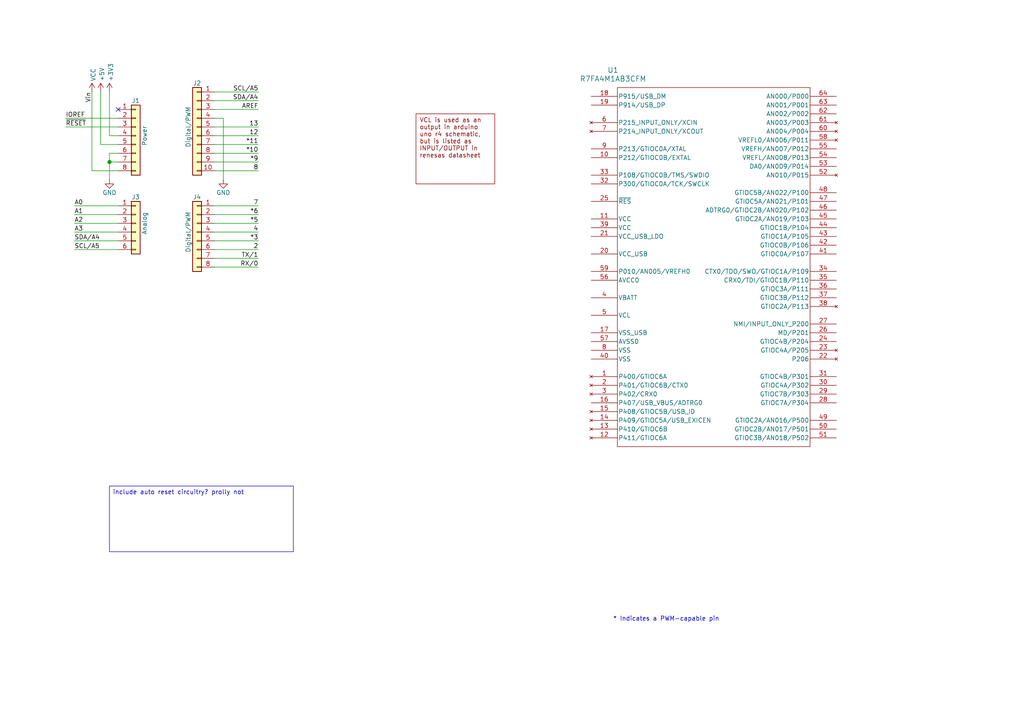
<source format=kicad_sch>
(kicad_sch (version 20230121) (generator eeschema)
  (paper "A4")
  (title_block (date "mar. 31 mars 2015"))
  (lib_symbols
    (symbol "Connector_Generic:Conn_01x06" (pin_names (offset 1.016) hide)
      (property "Reference" "J" (at 0 7.62 0))
      (property "Value" "Conn_01x06" (at 0 -10.16 0))
      (symbol "Conn_01x06_1_1"
        (rectangle (start -1.27 -7.493) (end 0 -7.747) (stroke (width 0.1524)))
        (rectangle (start -1.27 -4.953) (end 0 -5.207) (stroke (width 0.1524)))
        (rectangle (start -1.27 -2.413) (end 0 -2.667) (stroke (width 0.1524)))
        (rectangle (start -1.27 0.127) (end 0 -0.127) (stroke (width 0.1524)))
        (rectangle (start -1.27 2.667) (end 0 2.413) (stroke (width 0.1524)))
        (rectangle (start -1.27 5.207) (end 0 4.953) (stroke (width 0.1524)))
        (rectangle (start -1.27 6.35) (end 1.27 -8.89) (stroke (width 0.254)) (fill (type background)))
        (pin passive line (at -5.08 5.08 0) (length 3.81) (name "Pin_1") (number "1"))
        (pin passive line (at -5.08 2.54 0) (length 3.81) (name "Pin_2") (number "2"))
        (pin passive line (at -5.08 0 0) (length 3.81) (name "Pin_3") (number "3"))
        (pin passive line (at -5.08 -2.54 0) (length 3.81) (name "Pin_4") (number "4"))
        (pin passive line (at -5.08 -5.08 0) (length 3.81) (name "Pin_5") (number "5"))
        (pin passive line (at -5.08 -7.62 0) (length 3.81) (name "Pin_6") (number "6"))
      )
    )
    (symbol "Connector_Generic:Conn_01x08" (pin_names (offset 1.016) hide)
      (property "Reference" "J" (at 0 10.16 0))
      (property "Value" "Conn_01x08" (at 0 -12.7 0))
      (symbol "Conn_01x08_1_1"
        (rectangle (start -1.27 -10.033) (end 0 -10.287) (stroke (width 0.1524)))
        (rectangle (start -1.27 -7.493) (end 0 -7.747) (stroke (width 0.1524)))
        (rectangle (start -1.27 -4.953) (end 0 -5.207) (stroke (width 0.1524)))
        (rectangle (start -1.27 -2.413) (end 0 -2.667) (stroke (width 0.1524)))
        (rectangle (start -1.27 0.127) (end 0 -0.127) (stroke (width 0.1524)))
        (rectangle (start -1.27 2.667) (end 0 2.413) (stroke (width 0.1524)))
        (rectangle (start -1.27 5.207) (end 0 4.953) (stroke (width 0.1524)))
        (rectangle (start -1.27 7.747) (end 0 7.493) (stroke (width 0.1524)))
        (rectangle (start -1.27 8.89) (end 1.27 -11.43) (stroke (width 0.254)) (fill (type background)))
        (pin passive line (at -5.08 7.62 0) (length 3.81) (name "Pin_1") (number "1"))
        (pin passive line (at -5.08 5.08 0) (length 3.81) (name "Pin_2") (number "2"))
        (pin passive line (at -5.08 2.54 0) (length 3.81) (name "Pin_3") (number "3"))
        (pin passive line (at -5.08 0 0) (length 3.81) (name "Pin_4") (number "4"))
        (pin passive line (at -5.08 -2.54 0) (length 3.81) (name "Pin_5") (number "5"))
        (pin passive line (at -5.08 -5.08 0) (length 3.81) (name "Pin_6") (number "6"))
        (pin passive line (at -5.08 -7.62 0) (length 3.81) (name "Pin_7") (number "7"))
        (pin passive line (at -5.08 -10.16 0) (length 3.81) (name "Pin_8") (number "8"))
      )
    )
    (symbol "Connector_Generic:Conn_01x10" (pin_names (offset 1.016) hide)
      (property "Reference" "J" (at 0 12.7 0))
      (property "Value" "Conn_01x10" (at 0 -15.24 0))
      (symbol "Conn_01x10_1_1"
        (rectangle (start -1.27 -12.573) (end 0 -12.827) (stroke (width 0.1524)))
        (rectangle (start -1.27 -10.033) (end 0 -10.287) (stroke (width 0.1524)))
        (rectangle (start -1.27 -7.493) (end 0 -7.747) (stroke (width 0.1524)))
        (rectangle (start -1.27 -4.953) (end 0 -5.207) (stroke (width 0.1524)))
        (rectangle (start -1.27 -2.413) (end 0 -2.667) (stroke (width 0.1524)))
        (rectangle (start -1.27 0.127) (end 0 -0.127) (stroke (width 0.1524)))
        (rectangle (start -1.27 2.667) (end 0 2.413) (stroke (width 0.1524)))
        (rectangle (start -1.27 5.207) (end 0 4.953) (stroke (width 0.1524)))
        (rectangle (start -1.27 7.747) (end 0 7.493) (stroke (width 0.1524)))
        (rectangle (start -1.27 10.287) (end 0 10.033) (stroke (width 0.1524)))
        (rectangle (start -1.27 11.43) (end 1.27 -13.97) (stroke (width 0.254)) (fill (type background)))
        (pin passive line (at -5.08 10.16 0) (length 3.81) (name "Pin_1") (number "1"))
        (pin passive line (at -5.08 -12.7 0) (length 3.81) (name "Pin_10") (number "10"))
        (pin passive line (at -5.08 7.62 0) (length 3.81) (name "Pin_2") (number "2"))
        (pin passive line (at -5.08 5.08 0) (length 3.81) (name "Pin_3") (number "3"))
        (pin passive line (at -5.08 2.54 0) (length 3.81) (name "Pin_4") (number "4"))
        (pin passive line (at -5.08 0 0) (length 3.81) (name "Pin_5") (number "5"))
        (pin passive line (at -5.08 -2.54 0) (length 3.81) (name "Pin_6") (number "6"))
        (pin passive line (at -5.08 -5.08 0) (length 3.81) (name "Pin_7") (number "7"))
        (pin passive line (at -5.08 -7.62 0) (length 3.81) (name "Pin_8") (number "8"))
        (pin passive line (at -5.08 -10.16 0) (length 3.81) (name "Pin_9") (number "9"))
      )
    )
    (symbol "R7FA4M1AB3CFM#AA0:R7FA4M1AB3CFM" (pin_names (offset 0.254))
      (property "Reference" "U?" (at -24.13 -19.05 0))
      (property "Value" "R7FA4M1AB3CFM" (at -16.51 -21.59 0))
      (symbol "R7FA4M1AB3CFM_0_1"
        (pin power_in line (at -34.29 -60.96 0) (length 7.62) (name "VCC") (number "11"))
        (pin power_in line (at -34.29 -93.98 0) (length 7.62) (name "VSS_USB") (number "17"))
        (pin bidirectional line (at -34.29 -25.4 0) (length 7.62) (name "P915/USB_DM") (number "18"))
        (pin bidirectional line (at -34.29 -27.94 0) (length 7.62) (name "P914/USB_DP") (number "19"))
        (pin power_in line (at -34.29 -71.12 0) (length 7.62) (name "VCC_USB") (number "20"))
        (pin power_in line (at -34.29 -66.04 0) (length 7.62) (name "VCC_USB_LDO") (number "21"))
        (pin power_in line (at -34.29 -83.82 0) (length 7.62) (name "VBATT") (number "4"))
        (pin power_out line (at -34.29 -88.9 0) (length 7.62) (name "VCL") (number "5"))
        (pin power_in line (at -34.29 -99.06 0) (length 7.62) (name "VSS") (number "8"))
      )
      (symbol "R7FA4M1AB3CFM_1_1"
        (rectangle (start -26.67 -22.86) (end 29.21 -127))
        (text_box "VCL is used as an output in arduino uno r4 schematic, but is listed as INPUT/OUTPUT in renesas datasheet" (at -85.09 -30.48 0) (size 22.86 -20.32) (effects (font (size 1.27 1.27)) (justify left top)))
        (pin no_connect line (at -34.29 -106.68 0) (length 7.62) (name "P400/GTIOC6A") (number "1"))
        (pin bidirectional line (at -34.29 -43.18 0) (length 7.62) (name "P212/GTIOC0B/EXTAL") (number "10"))
        (pin no_connect line (at -34.29 -124.46 0) (length 7.62) (name "P411/GTIOC6A") (number "12"))
        (pin no_connect line (at -34.29 -121.92 0) (length 7.62) (name "P410/GTIOC6B") (number "13"))
        (pin no_connect line (at -34.29 -119.38 0) (length 7.62) (name "P409/GTIOC5A/USB_EXICEN") (number "14"))
        (pin no_connect line (at -34.29 -116.84 0) (length 7.62) (name "P408/GTIOC5B/USB_ID") (number "15"))
        (pin bidirectional line (at -34.29 -114.3 0) (length 7.62) (name "P407/USB_VBUS/ADTRG0") (number "16"))
        (pin no_connect line (at -34.29 -109.22 0) (length 7.62) (name "P401/GTIOC6B/CTX0") (number "2"))
        (pin no_connect line (at 36.83 -101.6 180) (length 7.62) (name "P206") (number "22"))
        (pin no_connect line (at 36.83 -99.06 180) (length 7.62) (name "GTIOC4A/P205") (number "23"))
        (pin bidirectional line (at 36.83 -96.52 180) (length 7.62) (name "GTIOC4B/P204") (number "24"))
        (pin input line (at -34.29 -55.88 0) (length 7.62) (name "~{RES}") (number "25"))
        (pin bidirectional line (at 36.83 -93.98 180) (length 7.62) (name "MD/P201") (number "26"))
        (pin input line (at 36.83 -91.44 180) (length 7.62) (name "NMI/INPUT_ONLY_P200") (number "27"))
        (pin bidirectional line (at 36.83 -114.3 180) (length 7.62) (name "GTIOC7A/P304") (number "28"))
        (pin bidirectional line (at 36.83 -111.76 180) (length 7.62) (name "GTIOC7B/P303") (number "29"))
        (pin no_connect line (at -34.29 -111.76 0) (length 7.62) (name "P402/CRX0") (number "3"))
        (pin bidirectional line (at 36.83 -109.22 180) (length 7.62) (name "GTIOC4A/P302") (number "30"))
        (pin bidirectional line (at 36.83 -106.68 180) (length 7.62) (name "GTIOC4B/P301") (number "31"))
        (pin bidirectional line (at -34.29 -50.8 0) (length 7.62) (name "P300/GTIOC0A/TCK/SWCLK") (number "32"))
        (pin bidirectional line (at -34.29 -48.26 0) (length 7.62) (name "P108/GTIOC0B/TMS/SWDIO") (number "33"))
        (pin bidirectional line (at 36.83 -76.2 180) (length 7.62) (name "CTX0/TDO/SWO/GTIOC1A/P109") (number "34"))
        (pin bidirectional line (at 36.83 -78.74 180) (length 7.62) (name "CRX0/TDI/GTIOC1B/P110") (number "35"))
        (pin bidirectional line (at 36.83 -81.28 180) (length 7.62) (name "GTIOC3A/P111") (number "36"))
        (pin bidirectional line (at 36.83 -83.82 180) (length 7.62) (name "GTIOC3B/P112") (number "37"))
        (pin no_connect line (at 36.83 -86.36 180) (length 7.62) (name "GTIOC2A/P113") (number "38"))
        (pin power_in line (at -34.29 -63.5 0) (length 7.62) (name "VCC") (number "39"))
        (pin power_in line (at -34.29 -101.6 0) (length 7.62) (name "VSS") (number "40"))
        (pin bidirectional line (at 36.83 -71.12 180) (length 7.62) (name "GTIOC0A/P107") (number "41"))
        (pin bidirectional line (at 36.83 -68.58 180) (length 7.62) (name "GTIOC0B/P106") (number "42"))
        (pin bidirectional line (at 36.83 -66.04 180) (length 7.62) (name "GTIOC1A/P105") (number "43"))
        (pin bidirectional line (at 36.83 -63.5 180) (length 7.62) (name "GTIOC1B/P104") (number "44"))
        (pin bidirectional line (at 36.83 -60.96 180) (length 7.62) (name "GTIOC2A/AN019/P103") (number "45"))
        (pin bidirectional line (at 36.83 -58.42 180) (length 7.62) (name "ADTRG0/GTIOC2B/AN020/P102") (number "46"))
        (pin bidirectional line (at 36.83 -55.88 180) (length 7.62) (name "GTIOC5A/AN021/P101") (number "47"))
        (pin bidirectional line (at 36.83 -53.34 180) (length 7.62) (name "GTIOC5B/AN022/P100") (number "48"))
        (pin bidirectional line (at 36.83 -119.38 180) (length 7.62) (name "GTIOC2A/AN016/P500") (number "49"))
        (pin bidirectional line (at 36.83 -121.92 180) (length 7.62) (name "GTIOC2B/AN017/P501") (number "50"))
        (pin bidirectional line (at 36.83 -124.46 180) (length 7.62) (name "GTIOC3B/AN018/P502") (number "51"))
        (pin no_connect line (at 36.83 -48.26 180) (length 7.62) (name "AN010/P015") (number "52"))
        (pin bidirectional line (at 36.83 -45.72 180) (length 7.62) (name "DA0/AN009/P014") (number "53"))
        (pin bidirectional line (at 36.83 -43.18 180) (length 7.62) (name "VREFL/AN008/P013") (number "54"))
        (pin bidirectional line (at 36.83 -40.64 180) (length 7.62) (name "VREFH/AN007/P012") (number "55"))
        (pin power_in line (at -34.29 -78.74 0) (length 7.62) (name "AVCC0") (number "56"))
        (pin power_in line (at -34.29 -96.52 0) (length 7.62) (name "AVSS0") (number "57"))
        (pin no_connect line (at 36.83 -38.1 180) (length 7.62) (name "VREFL0/AN006/P011") (number "58"))
        (pin bidirectional line (at -34.29 -76.2 0) (length 7.62) (name "P010/AN005/VREFH0") (number "59"))
        (pin no_connect line (at -34.29 -33.02 0) (length 7.62) (name "P215_INPUT_ONLY/XCIN") (number "6"))
        (pin no_connect line (at 36.83 -35.56 180) (length 7.62) (name "AN004/P004") (number "60"))
        (pin no_connect line (at 36.83 -33.02 180) (length 7.62) (name "AN003/P003") (number "61"))
        (pin bidirectional line (at 36.83 -30.48 180) (length 7.62) (name "AN002/P002") (number "62"))
        (pin bidirectional line (at 36.83 -27.94 180) (length 7.62) (name "AN001/P001") (number "63"))
        (pin bidirectional line (at 36.83 -25.4 180) (length 7.62) (name "AN000/P000") (number "64"))
        (pin no_connect line (at -34.29 -35.56 0) (length 7.62) (name "P214_INPUT_ONLY/XCOUT") (number "7"))
        (pin bidirectional line (at -34.29 -40.64 0) (length 7.62) (name "P213/GTIOC0A/XTAL") (number "9"))
      )
    )
    (symbol "power:+3V3" (power) (pin_names (offset 0))
      (property "Value" "+3V3" (at 0 3.556 0))
      (symbol "+3V3_0_1"
        (polyline (pts (xy -0.762 1.27) (xy 0 2.54)))
        (polyline (pts (xy 0 0) (xy 0 2.54)))
        (polyline (pts (xy 0 2.54) (xy 0.762 1.27)))
      )
      (symbol "+3V3_1_1"
        (pin power_in line (at 0 0 90) (length 0) hide (name "+3V3") (number "1"))
      )
    )
    (symbol "power:+5V" (power) (pin_names (offset 0))
      (property "Value" "+5V" (at 0 3.556 0))
      (symbol "+5V_0_1"
        (polyline (pts (xy -0.762 1.27) (xy 0 2.54)))
        (polyline (pts (xy 0 0) (xy 0 2.54)))
        (polyline (pts (xy 0 2.54) (xy 0.762 1.27)))
      )
      (symbol "+5V_1_1"
        (pin power_in line (at 0 0 90) (length 0) hide (name "+5V") (number "1"))
      )
    )
    (symbol "power:GND" (power) (pin_names (offset 0))
      (property "Value" "GND" (at 0 -3.81 0))
      (symbol "GND_0_1"
        (polyline (pts (xy 0 0) (xy 0 -1.27) (xy 1.27 -1.27) (xy 0 -2.54) (xy -1.27 -1.27) (xy 0 -1.27)))
      )
      (symbol "GND_1_1"
        (pin power_in line (at 0 0 270) (length 0) hide (name "GND") (number "1"))
      )
    )
    (symbol "power:VCC" (power) (pin_names (offset 0))
      (property "Value" "VCC" (at 0 3.81 0))
      (symbol "VCC_0_1"
        (polyline (pts (xy -0.762 1.27) (xy 0 2.54)))
        (polyline (pts (xy 0 0) (xy 0 2.54)))
        (polyline (pts (xy 0 2.54) (xy 0.762 1.27)))
      )
      (symbol "VCC_1_1"
        (pin power_in line (at 0 0 90) (length 0) hide (name "VCC") (number "1"))
      )
    )
  )
  (junction (at 31.75 46.99) (diameter 1.016))
  (no_connect (at 34.29 31.75))
  (wire (pts (xy 62.23 77.47) (xy 74.93 77.47)))
  (wire (pts (xy 62.23 44.45) (xy 74.93 44.45)))
  (wire (pts (xy 62.23 26.67) (xy 74.93 26.67)))
  (wire (pts (xy 31.75 44.45) (xy 31.75 46.99)))
  (wire (pts (xy 21.59 72.39) (xy 34.29 72.39)))
  (wire (pts (xy 31.75 46.99) (xy 31.75 52.07)))
  (wire (pts (xy 31.75 39.37) (xy 34.29 39.37)))
  (wire (pts (xy 29.21 41.91) (xy 34.29 41.91)))
  (wire (pts (xy 29.21 26.67) (xy 29.21 41.91)))
  (wire (pts (xy 62.23 36.83) (xy 74.93 36.83)))
  (wire (pts (xy 31.75 26.67) (xy 31.75 39.37)))
  (wire (pts (xy 62.23 59.69) (xy 74.93 59.69)))
  (wire (pts (xy 34.29 59.69) (xy 21.59 59.69)))
  (wire (pts (xy 62.23 39.37) (xy 74.93 39.37)))
  (wire (pts (xy 62.23 62.23) (xy 74.93 62.23)))
  (wire (pts (xy 62.23 46.99) (xy 74.93 46.99)))
  (wire (pts (xy 62.23 67.31) (xy 74.93 67.31)))
  (wire (pts (xy 19.05 34.29) (xy 34.29 34.29)))
  (wire (pts (xy 64.77 34.29) (xy 64.77 52.07)))
  (wire (pts (xy 62.23 31.75) (xy 74.93 31.75)))
  (wire (pts (xy 34.29 64.77) (xy 21.59 64.77)))
  (wire (pts (xy 19.05 36.83) (xy 34.29 36.83)))
  (wire (pts (xy 34.29 46.99) (xy 31.75 46.99)))
  (wire (pts (xy 34.29 49.53) (xy 26.67 49.53)))
  (wire (pts (xy 21.59 62.23) (xy 34.29 62.23)))
  (wire (pts (xy 62.23 34.29) (xy 64.77 34.29)))
  (wire (pts (xy 34.29 44.45) (xy 31.75 44.45)))
  (wire (pts (xy 62.23 41.91) (xy 74.93 41.91)))
  (wire (pts (xy 62.23 64.77) (xy 74.93 64.77)))
  (wire (pts (xy 21.59 67.31) (xy 34.29 67.31)))
  (wire (pts (xy 62.23 29.21) (xy 74.93 29.21)))
  (wire (pts (xy 62.23 72.39) (xy 74.93 72.39)))
  (wire (pts (xy 62.23 69.85) (xy 74.93 69.85)))
  (wire (pts (xy 62.23 74.93) (xy 74.93 74.93)))
  (wire (pts (xy 26.67 49.53) (xy 26.67 26.67)))
  (wire (pts (xy 34.29 69.85) (xy 21.59 69.85)))
  (wire (pts (xy 62.23 49.53) (xy 74.93 49.53)))
  (text_box "include auto reset circuitry? prolly not" (at 31.75 140.97 0) (size 53.34 19.05) (effects (font (size 1.27 1.27)) (justify left top)))
  (text "* Indicates a PWM-capable pin" (at 177.8 180.34 0) (effects (font (size 1.27 1.27)) (justify left bottom)))
  (label "RX{slash}0" (at 74.93 77.47 180))
  (label "A2" (at 21.59 64.77 0))
  (label "4" (at 74.93 67.31 180))
  (label "2" (at 74.93 72.39 180))
  (label "A3" (at 21.59 67.31 0))
  (label "13" (at 74.93 36.83 180))
  (label "12" (at 74.93 39.37 180))
  (label "~{RESET}" (at 19.05 36.83 0))
  (label "*10" (at 74.93 44.45 180))
  (label "7" (at 74.93 59.69 180))
  (label "SDA{slash}A4" (at 74.93 29.21 180))
  (label "8" (at 74.93 49.53 180))
  (label "*11" (at 74.93 41.91 180))
  (label "*3" (at 74.93 69.85 180))
  (label "A1" (at 21.59 62.23 0))
  (label "TX{slash}1" (at 74.93 74.93 180))
  (label "A0" (at 21.59 59.69 0))
  (label "AREF" (at 74.93 31.75 180))
  (label "Vin" (at 26.67 26.67 270))
  (label "*6" (at 74.93 62.23 180))
  (label "SCL{slash}A5" (at 74.93 26.67 180))
  (label "*9" (at 74.93 46.99 180))
  (label "*5" (at 74.93 64.77 180))
  (label "IOREF" (at 19.05 34.29 0))
  (label "SDA{slash}A4" (at 21.59 69.85 0))
  (label "SCL{slash}A5" (at 21.59 72.39 0))
  (symbol (lib_id "Connector_Generic:Conn_01x08") (at 39.37 39.37 0) (unit 1)
    (property "Reference" "J1" (at 39.37 29.21 0))
    (property "Value" "Power" (at 41.91 39.37 90))
    (property "Footprint" "Connector_PinSocket_2.54mm:PinSocket_1x08_P2.54mm_Vertical" (effects hide))
  )
  (symbol (lib_id "power:+3V3") (at 31.75 26.67 0) (unit 1)
    (property "Reference" "#PWR03" (effects hide))
    (property "Value" "+3.3V" (at 32.131 23.622 90) (effects (justify left)))
  )
  (symbol (lib_id "power:+5V") (at 29.21 26.67 0) (unit 1)
    (property "Reference" "#PWR02" (effects hide))
    (property "Value" "+5V" (at 29.5656 23.622 90) (effects (justify left)))
  )
  (symbol (lib_id "power:GND") (at 31.75 52.07 0) (unit 1)
    (property "Reference" "#PWR04" (effects hide))
    (property "Value" "GND" (at 31.75 55.88 0))
  )
  (symbol (lib_id "Connector_Generic:Conn_01x10") (at 57.15 36.83 0) (mirror y) (unit 1)
    (property "Reference" "J2" (at 57.15 24.13 0))
    (property "Value" "Digital/PWM" (at 54.61 36.83 90))
    (property "Footprint" "Connector_PinSocket_2.54mm:PinSocket_1x10_P2.54mm_Vertical" (effects hide))
  )
  (symbol (lib_id "power:GND") (at 64.77 52.07 0) (unit 1)
    (property "Reference" "#PWR05" (effects hide))
    (property "Value" "GND" (at 64.77 55.88 0))
  )
  (symbol (lib_id "Connector_Generic:Conn_01x06") (at 39.37 64.77 0) (unit 1)
    (property "Reference" "J3" (at 39.37 57.15 0))
    (property "Value" "Analog" (at 41.91 64.77 90))
    (property "Footprint" "Connector_PinSocket_2.54mm:PinSocket_1x06_P2.54mm_Vertical" (effects hide))
  )
  (symbol (lib_id "Connector_Generic:Conn_01x08") (at 57.15 67.31 0) (mirror y) (unit 1)
    (property "Reference" "J4" (at 57.15 57.15 0))
    (property "Value" "Digital/PWM" (at 54.61 67.31 90))
    (property "Footprint" "Connector_PinSocket_2.54mm:PinSocket_1x08_P2.54mm_Vertical" (effects hide))
  )
  (symbol (lib_id "power:VCC") (at 26.67 26.67 0) (unit 1)
    (property "Reference" "#PWR01" (effects hide))
    (property "Value" "VCC" (at 27.051 23.622 90) (effects (justify left)))
  )
  (symbol (lib_id "R7FA4M1AB3CFM#AA0:R7FA4M1AB3CFM") (at 205.74 2.54 0) (unit 1)
    (property "Reference" "U1" (at 177.8 20.32 0) (effects (font (size 1.524 1.524))))
    (property "Value" "R7FA4M1AB3CFM" (at 177.8 22.86 0) (effects (font (size 1.524 1.524))))
    (property "Footprint" "PLQP0064KB-C_REN" (effects hide))
    (property "Datasheet" "R7FA4M1AB3CFM" (effects hide))
  )
)
</source>
